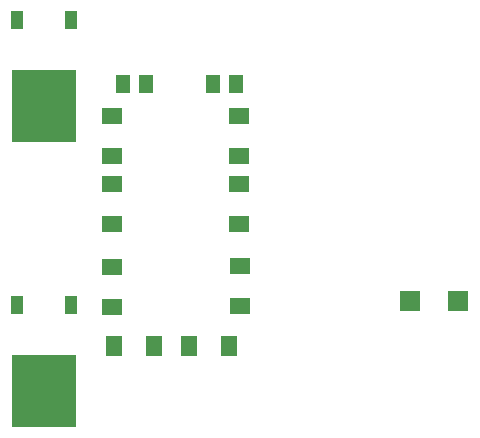
<source format=gbr>
G04 EAGLE Gerber X2 export*
%TF.Part,Single*%
%TF.FileFunction,Paste,Bot*%
%TF.FilePolarity,Positive*%
%TF.GenerationSoftware,Autodesk,EAGLE,8.7.0*%
%TF.CreationDate,2018-05-03T09:05:19Z*%
G75*
%MOMM*%
%FSLAX34Y34*%
%LPD*%
%AMOC8*
5,1,8,0,0,1.08239X$1,22.5*%
G01*
%ADD10R,1.300000X1.500000*%
%ADD11R,1.800000X1.400000*%
%ADD12R,1.400000X1.800000*%
%ADD13R,1.800000X1.700000*%
%ADD14R,5.400000X6.200000*%
%ADD15R,1.000000X1.600000*%


D10*
X219100Y387350D03*
X238100Y387350D03*
X295300Y387350D03*
X314300Y387350D03*
D11*
X317297Y302547D03*
X317297Y268547D03*
X209550Y302750D03*
X209550Y268750D03*
X317500Y325900D03*
X317500Y359900D03*
X209550Y359900D03*
X209550Y325900D03*
D12*
X211600Y165100D03*
X245600Y165100D03*
X275100Y165100D03*
X309100Y165100D03*
D11*
X209753Y232697D03*
X209753Y198697D03*
X317703Y199103D03*
X317703Y233103D03*
D13*
X503100Y203200D03*
X462100Y203200D03*
D14*
X152400Y368700D03*
D15*
X129600Y441700D03*
X175200Y441700D03*
D14*
X152400Y127400D03*
D15*
X129600Y200400D03*
X175200Y200400D03*
M02*

</source>
